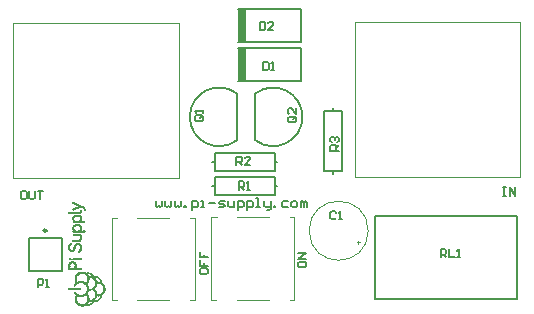
<source format=gto>
%FSLAX44Y44*%
%MOMM*%
G71*
G01*
G75*
G04 Layer_Color=65535*
%ADD10C,0.4000*%
%ADD11O,2.0000X1.2500*%
%ADD12O,2.0000X1.2500*%
%ADD13C,1.4000*%
%ADD14R,1.5000X1.5000*%
%ADD15C,2.7000*%
%ADD16R,2.0000X2.0000*%
%ADD17C,2.0000*%
%ADD18C,0.9000*%
%ADD19C,0.2000*%
%ADD20C,0.2500*%
%ADD21C,0.1000*%
%ADD22C,0.1500*%
%ADD23R,0.8000X2.8000*%
G36*
X437420Y611483D02*
X437573D01*
Y611330D01*
X437725D01*
Y610873D01*
X437573D01*
Y610568D01*
X437420D01*
Y610263D01*
X436963D01*
Y610111D01*
X436506D01*
Y610263D01*
X436353D01*
Y610111D01*
X435896D01*
Y610263D01*
X435744D01*
Y610111D01*
X435286D01*
Y610263D01*
X435134D01*
Y610111D01*
X434677D01*
Y610263D01*
X434524D01*
Y610111D01*
X434067D01*
Y610263D01*
X433915D01*
Y610111D01*
X433457D01*
Y610263D01*
X433305D01*
Y610111D01*
X432848D01*
Y610263D01*
X432695D01*
Y610111D01*
X432238D01*
Y610263D01*
X432085D01*
Y610111D01*
X431628D01*
Y610263D01*
X431476D01*
Y610111D01*
X431018D01*
Y610263D01*
X430866D01*
Y610111D01*
X430409D01*
Y610263D01*
X430256D01*
Y610111D01*
X430104D01*
Y610263D01*
X429647D01*
Y610568D01*
X429342D01*
Y610720D01*
X429494D01*
Y610873D01*
X429342D01*
Y611025D01*
X429494D01*
Y611178D01*
X429342D01*
Y611330D01*
X429494D01*
Y611483D01*
X429647D01*
Y611787D01*
X429952D01*
Y611940D01*
X437116D01*
Y611787D01*
X437268D01*
Y611940D01*
X437420D01*
Y611483D01*
D02*
G37*
G36*
X434677Y624896D02*
X435134D01*
Y624744D01*
X435591D01*
Y624591D01*
X436049D01*
Y624439D01*
X436201D01*
Y624286D01*
X436353D01*
Y624134D01*
X436506D01*
Y623982D01*
X436658D01*
Y624134D01*
X436811D01*
Y623677D01*
X436963D01*
Y623524D01*
X437116D01*
Y623372D01*
X437268D01*
Y623219D01*
X437420D01*
Y622457D01*
X437573D01*
Y622305D01*
X437725D01*
Y622152D01*
X437573D01*
Y622000D01*
X437725D01*
Y619714D01*
X437573D01*
Y619561D01*
X437725D01*
Y619409D01*
X437573D01*
Y619256D01*
X437420D01*
Y619104D01*
X437573D01*
Y618951D01*
X437420D01*
Y618494D01*
X437268D01*
Y618342D01*
X437116D01*
Y618037D01*
X436963D01*
Y617732D01*
X436811D01*
Y617580D01*
X436658D01*
Y617427D01*
X436506D01*
Y617275D01*
X436353D01*
Y617122D01*
X436201D01*
Y616970D01*
X436049D01*
Y616818D01*
X435591D01*
Y616665D01*
X435439D01*
Y616513D01*
X434829D01*
Y616665D01*
X434524D01*
Y616818D01*
X434372D01*
Y616970D01*
X434219D01*
Y617732D01*
X434372D01*
Y617884D01*
X434219D01*
Y618037D01*
X434372D01*
Y618189D01*
X434524D01*
Y618342D01*
X434677D01*
Y618189D01*
X434829D01*
Y618342D01*
X434982D01*
Y618494D01*
X435134D01*
Y618647D01*
X435286D01*
Y618799D01*
X435439D01*
Y619256D01*
X435591D01*
Y619409D01*
X435744D01*
Y619866D01*
X435896D01*
Y620018D01*
X436049D01*
Y620171D01*
X435896D01*
Y620323D01*
X436049D01*
Y620476D01*
X435896D01*
Y620628D01*
X436049D01*
Y620781D01*
X435896D01*
Y620933D01*
X436049D01*
Y621085D01*
X435896D01*
Y621238D01*
X436049D01*
Y621390D01*
X435896D01*
Y621848D01*
X435744D01*
Y622305D01*
X435591D01*
Y622457D01*
X435439D01*
Y622610D01*
X435286D01*
Y622762D01*
X435134D01*
Y622915D01*
X434677D01*
Y623067D01*
X434524D01*
Y622915D01*
X434372D01*
Y623067D01*
X433915D01*
Y622915D01*
X433762D01*
Y622762D01*
X433610D01*
Y622915D01*
X433457D01*
Y622762D01*
X433305D01*
Y622610D01*
X433152D01*
Y622152D01*
X433000D01*
Y622000D01*
X432848D01*
Y621848D01*
X432695D01*
Y621695D01*
X432848D01*
Y621543D01*
X432695D01*
Y621390D01*
X432543D01*
Y620933D01*
X432390D01*
Y620781D01*
X432543D01*
Y620628D01*
X432390D01*
Y620476D01*
X432238D01*
Y620018D01*
X432085D01*
Y619561D01*
X431933D01*
Y619104D01*
X431781D01*
Y618951D01*
X431628D01*
Y618494D01*
X431476D01*
Y618342D01*
X431323D01*
Y618037D01*
X431018D01*
Y617732D01*
X430714D01*
Y617580D01*
X430561D01*
Y617427D01*
X430409D01*
Y617275D01*
X429952D01*
Y617122D01*
X429494D01*
Y616970D01*
X429342D01*
Y617122D01*
X429189D01*
Y616970D01*
X429037D01*
Y617122D01*
X428885D01*
Y616970D01*
X428732D01*
Y617122D01*
X428580D01*
Y616970D01*
X428427D01*
Y617122D01*
X427970D01*
Y617275D01*
X427513D01*
Y617427D01*
X427360D01*
Y617580D01*
X427208D01*
Y617732D01*
X426903D01*
Y618037D01*
X426598D01*
Y618342D01*
X426446D01*
Y618494D01*
X426293D01*
Y618951D01*
X426141D01*
Y619104D01*
X425988D01*
Y619866D01*
X425836D01*
Y620018D01*
X425988D01*
Y620171D01*
X425836D01*
Y620323D01*
X425684D01*
Y620476D01*
X425836D01*
Y620933D01*
X425684D01*
Y621085D01*
X425836D01*
Y621238D01*
X425988D01*
Y621390D01*
X425836D01*
Y621543D01*
X425988D01*
Y621695D01*
X425836D01*
Y621848D01*
X425988D01*
Y622305D01*
X426141D01*
Y622457D01*
X425988D01*
Y622610D01*
X426141D01*
Y622762D01*
X426293D01*
Y623219D01*
X426446D01*
Y623372D01*
X426598D01*
Y623524D01*
X426750D01*
Y623677D01*
X426598D01*
Y623829D01*
X426903D01*
Y624134D01*
X427208D01*
Y624439D01*
X427360D01*
Y624286D01*
X427513D01*
Y624439D01*
X427665D01*
Y624591D01*
X427817D01*
Y624744D01*
X427970D01*
Y624591D01*
X428122D01*
Y624744D01*
X428275D01*
Y624591D01*
X428427D01*
Y624744D01*
X428580D01*
Y624591D01*
X428732D01*
Y624439D01*
X428885D01*
Y624286D01*
X429037D01*
Y623829D01*
X429189D01*
Y623677D01*
X429037D01*
Y623372D01*
X428885D01*
Y623067D01*
X428580D01*
Y622762D01*
X428275D01*
Y622457D01*
X428122D01*
Y622305D01*
X427970D01*
Y622152D01*
X427817D01*
Y622000D01*
X427970D01*
Y621848D01*
X427817D01*
Y621695D01*
X427665D01*
Y620018D01*
X427817D01*
Y619866D01*
X427665D01*
Y619714D01*
X427817D01*
Y619561D01*
X427970D01*
Y619409D01*
X428122D01*
Y619256D01*
X428275D01*
Y619104D01*
X428427D01*
Y618951D01*
X428885D01*
Y618799D01*
X429037D01*
Y618951D01*
X429494D01*
Y619104D01*
X429647D01*
Y619256D01*
X429799D01*
Y619409D01*
X429952D01*
Y619866D01*
X430104D01*
Y620018D01*
X430256D01*
Y620476D01*
X430409D01*
Y620628D01*
X430561D01*
Y620781D01*
X430409D01*
Y620933D01*
X430561D01*
Y621390D01*
X430714D01*
Y621543D01*
X430866D01*
Y621695D01*
X430714D01*
Y621848D01*
X430866D01*
Y622152D01*
X431018D01*
Y622457D01*
X431171D01*
Y622915D01*
X431323D01*
Y623067D01*
X431476D01*
Y623524D01*
X431628D01*
Y623677D01*
X431781D01*
Y623829D01*
X431933D01*
Y623982D01*
X432085D01*
Y624134D01*
X432238D01*
Y624286D01*
X432390D01*
Y624439D01*
X432695D01*
Y624591D01*
X433000D01*
Y624744D01*
X433457D01*
Y624896D01*
X433915D01*
Y625048D01*
X434067D01*
Y624896D01*
X434524D01*
Y625048D01*
X434677D01*
Y624896D01*
D02*
G37*
G36*
X435591Y632213D02*
X436049D01*
Y632060D01*
X436506D01*
Y631908D01*
X436658D01*
Y631755D01*
X436811D01*
Y631603D01*
X436963D01*
Y631451D01*
X437116D01*
Y631298D01*
X437268D01*
Y631146D01*
X437420D01*
Y630688D01*
X437573D01*
Y630536D01*
X437420D01*
Y630383D01*
X437573D01*
Y630231D01*
X437725D01*
Y627945D01*
X437573D01*
Y627487D01*
X437420D01*
Y627030D01*
X437268D01*
Y626878D01*
X437116D01*
Y626725D01*
X436963D01*
Y626573D01*
X436811D01*
Y626420D01*
X436658D01*
Y626268D01*
X436506D01*
Y626115D01*
X436353D01*
Y625963D01*
X436201D01*
Y625811D01*
X436049D01*
Y625963D01*
X435896D01*
Y625811D01*
X435134D01*
Y625658D01*
X434982D01*
Y625811D01*
X434829D01*
Y625658D01*
X430104D01*
Y625811D01*
X429952D01*
Y625963D01*
X429799D01*
Y625811D01*
X429647D01*
Y625963D01*
X429494D01*
Y626420D01*
X429342D01*
Y626878D01*
X429494D01*
Y627030D01*
X429647D01*
Y627183D01*
X429799D01*
Y627335D01*
X429952D01*
Y627487D01*
X434982D01*
Y627640D01*
X435439D01*
Y627792D01*
X435591D01*
Y627945D01*
X435744D01*
Y628097D01*
X435896D01*
Y628250D01*
X436049D01*
Y628402D01*
X435896D01*
Y628554D01*
X436049D01*
Y628707D01*
X435896D01*
Y628859D01*
X436049D01*
Y629012D01*
X435896D01*
Y629164D01*
X436049D01*
Y629316D01*
X435896D01*
Y629469D01*
X436049D01*
Y629621D01*
X435896D01*
Y629774D01*
X435744D01*
Y630231D01*
X435439D01*
Y630536D01*
X435286D01*
Y630383D01*
X435134D01*
Y630536D01*
X430104D01*
Y630688D01*
X429952D01*
Y630841D01*
X429799D01*
Y630688D01*
X429647D01*
Y630841D01*
X429494D01*
Y630993D01*
X429647D01*
Y631146D01*
X429494D01*
Y631298D01*
X429342D01*
Y631755D01*
X429494D01*
Y631908D01*
X429647D01*
Y632213D01*
X429952D01*
Y632365D01*
X435286D01*
Y632213D01*
X435439D01*
Y632365D01*
X435591D01*
Y632213D01*
D02*
G37*
G36*
X428122Y611940D02*
X428275D01*
Y611787D01*
X428427D01*
Y611635D01*
X428580D01*
Y611483D01*
X428732D01*
Y611330D01*
X428580D01*
Y611178D01*
X428732D01*
Y611025D01*
X428580D01*
Y610873D01*
X428732D01*
Y610720D01*
X428580D01*
Y610263D01*
X428275D01*
Y610111D01*
X427970D01*
Y609958D01*
X427817D01*
Y610111D01*
X427665D01*
Y609958D01*
X427513D01*
Y610111D01*
X427055D01*
Y610263D01*
X426903D01*
Y610416D01*
X426750D01*
Y610873D01*
X426598D01*
Y611025D01*
X426750D01*
Y611178D01*
X426598D01*
Y611330D01*
X426750D01*
Y611787D01*
X426903D01*
Y611940D01*
X427360D01*
Y612092D01*
X428122D01*
Y611940D01*
D02*
G37*
G36*
X436353Y586637D02*
X436811D01*
Y586485D01*
X436963D01*
Y586332D01*
X437116D01*
Y586180D01*
X437268D01*
Y586027D01*
X437116D01*
Y585875D01*
X437268D01*
Y585723D01*
X437420D01*
Y585570D01*
X437268D01*
Y585723D01*
X437116D01*
Y585570D01*
X437268D01*
Y585418D01*
X437116D01*
Y584960D01*
X436963D01*
Y584808D01*
X436811D01*
Y584655D01*
X436658D01*
Y584808D01*
X436506D01*
Y584655D01*
X426293D01*
Y584808D01*
X426141D01*
Y584960D01*
X425988D01*
Y585113D01*
X425836D01*
Y585265D01*
X425684D01*
Y586027D01*
X425836D01*
Y586180D01*
X425684D01*
Y586332D01*
X425988D01*
Y586637D01*
X426141D01*
Y586485D01*
X426293D01*
Y586637D01*
X426446D01*
Y586790D01*
X426598D01*
Y586637D01*
X426750D01*
Y586790D01*
X426903D01*
Y586637D01*
X427055D01*
Y586790D01*
X427208D01*
Y586637D01*
X427360D01*
Y586790D01*
X427513D01*
Y586637D01*
X427665D01*
Y586790D01*
X427817D01*
Y586637D01*
X427970D01*
Y586790D01*
X428122D01*
Y586637D01*
X428275D01*
Y586790D01*
X428427D01*
Y586637D01*
X428580D01*
Y586790D01*
X428732D01*
Y586637D01*
X428885D01*
Y586790D01*
X429037D01*
Y586637D01*
X429189D01*
Y586790D01*
X429342D01*
Y586637D01*
X429494D01*
Y586790D01*
X429647D01*
Y586637D01*
X429799D01*
Y586790D01*
X429952D01*
Y586637D01*
X430104D01*
Y586790D01*
X430256D01*
Y586637D01*
X430409D01*
Y586790D01*
X430561D01*
Y586637D01*
X430714D01*
Y586790D01*
X430866D01*
Y586637D01*
X431018D01*
Y586790D01*
X431171D01*
Y586637D01*
X431323D01*
Y586790D01*
X431476D01*
Y586637D01*
X431628D01*
Y586790D01*
X431781D01*
Y586637D01*
X431933D01*
Y586790D01*
X432085D01*
Y586637D01*
X432238D01*
Y586790D01*
X432390D01*
Y586637D01*
X432543D01*
Y586790D01*
X432695D01*
Y586637D01*
X432848D01*
Y586790D01*
X433000D01*
Y586637D01*
X433152D01*
Y586790D01*
X433305D01*
Y586637D01*
X433457D01*
Y586790D01*
X433610D01*
Y586637D01*
X433762D01*
Y586790D01*
X433915D01*
Y586637D01*
X434067D01*
Y586790D01*
X434219D01*
Y586637D01*
X434372D01*
Y586790D01*
X434524D01*
Y586637D01*
X434677D01*
Y586790D01*
X434829D01*
Y586637D01*
X434982D01*
Y586790D01*
X435134D01*
Y586637D01*
X435286D01*
Y586790D01*
X435439D01*
Y586637D01*
X435591D01*
Y586790D01*
X435744D01*
Y586637D01*
X435896D01*
Y586790D01*
X436049D01*
Y586637D01*
X436201D01*
Y586790D01*
X436353D01*
Y586637D01*
D02*
G37*
G36*
X438182Y600355D02*
X438945D01*
Y600203D01*
X439097D01*
Y600355D01*
X439249D01*
Y600203D01*
X439707D01*
Y600051D01*
X440164D01*
Y599898D01*
X440621D01*
Y599746D01*
X440774D01*
Y599593D01*
X440926D01*
Y599746D01*
X441079D01*
Y599593D01*
X441231D01*
Y599746D01*
X441384D01*
Y599593D01*
X441536D01*
Y599746D01*
X442298D01*
Y599898D01*
X442450D01*
Y599746D01*
X442908D01*
Y599898D01*
X443060D01*
Y599746D01*
X443517D01*
Y599593D01*
X443670D01*
Y599746D01*
X443822D01*
Y599593D01*
X443975D01*
Y599746D01*
X444127D01*
Y599593D01*
X444280D01*
Y599441D01*
X444737D01*
Y599288D01*
X444889D01*
Y599441D01*
X445042D01*
Y599288D01*
X445194D01*
Y599136D01*
X445347D01*
Y598984D01*
X445804D01*
Y598831D01*
X445956D01*
Y598679D01*
X446109D01*
Y598526D01*
X446261D01*
Y598374D01*
X446413D01*
Y598526D01*
X446566D01*
Y598069D01*
X446871D01*
Y597764D01*
X447023D01*
Y597917D01*
X447176D01*
Y597459D01*
X447328D01*
Y597307D01*
X447481D01*
Y597155D01*
X447633D01*
Y597002D01*
X447785D01*
Y596850D01*
X447938D01*
Y596697D01*
X448243D01*
Y596850D01*
X448548D01*
Y596697D01*
X449005D01*
Y596850D01*
X449157D01*
Y596697D01*
X449614D01*
Y596545D01*
X449767D01*
Y596697D01*
X449919D01*
Y596545D01*
X450072D01*
Y596697D01*
X450224D01*
Y596545D01*
X450377D01*
Y596392D01*
X450834D01*
Y596240D01*
X450986D01*
Y596087D01*
X451444D01*
Y595935D01*
X451596D01*
Y595783D01*
X451749D01*
Y595630D01*
X451901D01*
Y595783D01*
X452053D01*
Y595630D01*
X452206D01*
Y595478D01*
X452358D01*
Y595325D01*
X452511D01*
Y595173D01*
X452663D01*
Y595020D01*
X452816D01*
Y594868D01*
X452968D01*
Y594716D01*
X453120D01*
Y594563D01*
X453273D01*
Y594411D01*
X453425D01*
Y594106D01*
X453578D01*
Y593801D01*
X453730D01*
Y593649D01*
X453882D01*
Y593191D01*
X454035D01*
Y593039D01*
X454187D01*
Y592582D01*
X454340D01*
Y592429D01*
X454187D01*
Y592277D01*
X454340D01*
Y592124D01*
X454492D01*
Y591057D01*
X454645D01*
Y590905D01*
X454797D01*
Y590753D01*
X455102D01*
Y590600D01*
X455407D01*
Y590448D01*
X455559D01*
Y590295D01*
X455712D01*
Y590143D01*
X455864D01*
Y589990D01*
X456016D01*
Y589838D01*
X456169D01*
Y589686D01*
X456321D01*
Y589228D01*
X456474D01*
Y589076D01*
X456626D01*
Y588923D01*
X456778D01*
Y588771D01*
X456931D01*
Y588314D01*
X457083D01*
Y587856D01*
X457236D01*
Y587399D01*
X457388D01*
Y586942D01*
X457541D01*
Y586790D01*
X457388D01*
Y586637D01*
X457541D01*
Y584655D01*
X457388D01*
Y584503D01*
X457541D01*
Y584351D01*
X457388D01*
Y583893D01*
X457236D01*
Y583436D01*
X457083D01*
Y583131D01*
X456931D01*
Y582826D01*
X456778D01*
Y582674D01*
X456626D01*
Y582522D01*
X456778D01*
Y582369D01*
X456626D01*
Y582217D01*
X456474D01*
Y582064D01*
X456321D01*
Y581912D01*
X456169D01*
Y581759D01*
X456016D01*
Y581455D01*
X455864D01*
Y581302D01*
X455712D01*
Y580997D01*
X455407D01*
Y580845D01*
X455102D01*
Y580692D01*
X454949D01*
Y580540D01*
X454797D01*
Y580387D01*
X454645D01*
Y580235D01*
X454492D01*
Y579473D01*
X454340D01*
Y579321D01*
X454492D01*
Y579168D01*
X454340D01*
Y579016D01*
X454187D01*
Y578558D01*
X454035D01*
Y578406D01*
X454187D01*
Y578254D01*
X454035D01*
Y578101D01*
X453882D01*
Y577644D01*
X453730D01*
Y577491D01*
X453578D01*
Y577339D01*
X453425D01*
Y577187D01*
X453273D01*
Y576729D01*
X452968D01*
Y576424D01*
X452816D01*
Y576272D01*
X452663D01*
Y576120D01*
X452358D01*
Y575967D01*
X452206D01*
Y575815D01*
X452053D01*
Y575662D01*
X451749D01*
Y575510D01*
X451596D01*
Y575358D01*
X451444D01*
Y575205D01*
X451291D01*
Y575358D01*
X451139D01*
Y575205D01*
X450986D01*
Y575053D01*
X450529D01*
Y574900D01*
X450072D01*
Y574748D01*
X449614D01*
Y574595D01*
X449462D01*
Y574748D01*
X449310D01*
Y574595D01*
X449157D01*
Y574748D01*
X449005D01*
Y574595D01*
X448852D01*
Y574748D01*
X448700D01*
Y574595D01*
X448243D01*
Y574748D01*
X448090D01*
Y574595D01*
X447785D01*
Y574291D01*
X447633D01*
Y574138D01*
X447481D01*
Y573986D01*
X447328D01*
Y573833D01*
X447176D01*
Y573681D01*
X447023D01*
Y573528D01*
X446871D01*
Y573376D01*
X446718D01*
Y573223D01*
X446566D01*
Y573071D01*
X446413D01*
Y572919D01*
X446261D01*
Y572766D01*
X446109D01*
Y572614D01*
X445956D01*
Y572461D01*
X445499D01*
Y572309D01*
X445347D01*
Y572156D01*
X445194D01*
Y572309D01*
X445042D01*
Y572156D01*
X444889D01*
Y572004D01*
X444737D01*
Y571852D01*
X444584D01*
Y572004D01*
X444432D01*
Y571852D01*
X444280D01*
Y571699D01*
X443517D01*
Y571547D01*
X443365D01*
Y571699D01*
X443213D01*
Y571547D01*
X443060D01*
Y571699D01*
X442908D01*
Y571547D01*
X442755D01*
Y571699D01*
X442603D01*
Y571547D01*
X442146D01*
Y571699D01*
X441993D01*
Y571547D01*
X441841D01*
Y571699D01*
X441688D01*
Y571547D01*
X441536D01*
Y571699D01*
X440774D01*
Y571547D01*
X440317D01*
Y571394D01*
X440164D01*
Y571242D01*
X440012D01*
Y571394D01*
X439859D01*
Y571242D01*
X439402D01*
Y571090D01*
X439249D01*
Y570937D01*
X439097D01*
Y571090D01*
X438945D01*
Y570937D01*
X438792D01*
Y571090D01*
X438640D01*
Y570937D01*
X436963D01*
Y571090D01*
X436811D01*
Y570937D01*
X436658D01*
Y571090D01*
X436506D01*
Y570937D01*
X436353D01*
Y571090D01*
X435896D01*
Y571242D01*
X435744D01*
Y571394D01*
X435591D01*
Y571242D01*
X435439D01*
Y571394D01*
X435134D01*
Y571547D01*
X434829D01*
Y571699D01*
X434524D01*
Y571852D01*
X434219D01*
Y572004D01*
X434067D01*
Y572156D01*
X433915D01*
Y572309D01*
X433762D01*
Y572156D01*
X433610D01*
Y572614D01*
X433457D01*
Y572461D01*
X433305D01*
Y572766D01*
X433000D01*
Y573223D01*
X432695D01*
Y573528D01*
X432543D01*
Y573681D01*
X432390D01*
Y573833D01*
X432238D01*
Y573986D01*
X432390D01*
Y574138D01*
X432238D01*
Y574291D01*
X432085D01*
Y574443D01*
X431933D01*
Y574595D01*
X431781D01*
Y574748D01*
X431933D01*
Y574900D01*
X431781D01*
Y575358D01*
X431628D01*
Y575510D01*
X431476D01*
Y575662D01*
X431628D01*
Y575815D01*
X431476D01*
Y576577D01*
X431323D01*
Y576729D01*
X431476D01*
Y576882D01*
X431323D01*
Y577034D01*
X431476D01*
Y577187D01*
X431323D01*
Y577339D01*
X431476D01*
Y577491D01*
X431323D01*
Y577644D01*
X431476D01*
Y577796D01*
X431323D01*
Y577949D01*
X431476D01*
Y578711D01*
X431628D01*
Y578863D01*
X431781D01*
Y579016D01*
X431628D01*
Y579168D01*
X431781D01*
Y579625D01*
X431933D01*
Y579778D01*
X432085D01*
Y580235D01*
X432238D01*
Y580387D01*
X432085D01*
Y580540D01*
X431933D01*
Y580692D01*
X431781D01*
Y580845D01*
X431628D01*
Y580997D01*
X431476D01*
Y581150D01*
X431323D01*
Y581302D01*
X431171D01*
Y581607D01*
X431018D01*
Y581759D01*
X430866D01*
Y582064D01*
X430714D01*
Y582217D01*
X430561D01*
Y583284D01*
X430714D01*
Y583436D01*
X430866D01*
Y583588D01*
X431323D01*
Y583741D01*
X431476D01*
Y583588D01*
X431933D01*
Y583436D01*
X432238D01*
Y583131D01*
X432390D01*
Y582979D01*
X432543D01*
Y582826D01*
X432695D01*
Y582674D01*
X432848D01*
Y582369D01*
X433000D01*
Y582217D01*
X433152D01*
Y581912D01*
X433457D01*
Y581759D01*
X433762D01*
Y581607D01*
X433915D01*
Y581455D01*
X434067D01*
Y581302D01*
X434372D01*
Y581150D01*
X434677D01*
Y580997D01*
X435134D01*
Y580845D01*
X435286D01*
Y580692D01*
X435439D01*
Y580845D01*
X435591D01*
Y580692D01*
X435744D01*
Y580845D01*
X435896D01*
Y580692D01*
X436049D01*
Y580845D01*
X436201D01*
Y580692D01*
X437268D01*
Y580845D01*
X437420D01*
Y580692D01*
X437573D01*
Y580845D01*
X437725D01*
Y580692D01*
X437878D01*
Y580845D01*
X438335D01*
Y580997D01*
X438487D01*
Y581150D01*
X438640D01*
Y580997D01*
X438792D01*
Y581150D01*
X438945D01*
Y581302D01*
X439097D01*
Y581455D01*
X439249D01*
Y581302D01*
X439402D01*
Y581455D01*
X439554D01*
Y581607D01*
X439707D01*
Y581759D01*
X439859D01*
Y581912D01*
X440012D01*
Y582064D01*
X440317D01*
Y582369D01*
X440469D01*
Y582522D01*
X440621D01*
Y582674D01*
X440774D01*
Y582826D01*
X440926D01*
Y583284D01*
X441079D01*
Y583436D01*
X441231D01*
Y583893D01*
X441384D01*
Y584046D01*
X441536D01*
Y584808D01*
X441688D01*
Y584960D01*
X441536D01*
Y585113D01*
X441688D01*
Y585265D01*
X441841D01*
Y585418D01*
X441688D01*
Y585570D01*
X441841D01*
Y585723D01*
X441688D01*
Y585875D01*
X441841D01*
Y586027D01*
X441688D01*
Y586180D01*
X441536D01*
Y586332D01*
X441688D01*
Y586485D01*
X441536D01*
Y586637D01*
X441688D01*
Y586790D01*
X441536D01*
Y587247D01*
X441384D01*
Y587399D01*
X441536D01*
Y587552D01*
X441384D01*
Y587704D01*
X441231D01*
Y588009D01*
X441079D01*
Y588314D01*
X440926D01*
Y588466D01*
X440774D01*
Y588619D01*
X440621D01*
Y588771D01*
X440469D01*
Y588923D01*
X440621D01*
Y589076D01*
X440317D01*
Y589381D01*
X440012D01*
Y589533D01*
X439707D01*
Y589686D01*
X439554D01*
Y589838D01*
X439402D01*
Y589990D01*
X439097D01*
Y590143D01*
X438792D01*
Y590295D01*
X438640D01*
Y590448D01*
X438182D01*
Y590600D01*
X438030D01*
Y590448D01*
X437878D01*
Y590600D01*
X437420D01*
Y590753D01*
X436353D01*
Y590600D01*
X435591D01*
Y590448D01*
X435439D01*
Y590600D01*
X435286D01*
Y590448D01*
X434829D01*
Y590295D01*
X434677D01*
Y590143D01*
X434524D01*
Y590295D01*
X434372D01*
Y590143D01*
X434219D01*
Y589990D01*
X434067D01*
Y589838D01*
X433762D01*
Y589686D01*
X433457D01*
Y589533D01*
X433305D01*
Y589381D01*
X433152D01*
Y589228D01*
X433000D01*
Y589076D01*
X432848D01*
Y588923D01*
X432695D01*
Y588771D01*
X432543D01*
Y588314D01*
X432390D01*
Y588161D01*
X432238D01*
Y588009D01*
X432085D01*
Y587856D01*
X431933D01*
Y587704D01*
X431781D01*
Y587856D01*
X431628D01*
Y587704D01*
X431476D01*
Y587856D01*
X431323D01*
Y587704D01*
X431171D01*
Y587856D01*
X430866D01*
Y588161D01*
X430714D01*
Y588314D01*
X430561D01*
Y589076D01*
X430714D01*
Y589228D01*
X430866D01*
Y589686D01*
X431018D01*
Y589838D01*
X431171D01*
Y589990D01*
X431323D01*
Y590143D01*
X431476D01*
Y590295D01*
X431628D01*
Y590448D01*
X431781D01*
Y590600D01*
X431933D01*
Y590753D01*
X432085D01*
Y590905D01*
X432238D01*
Y591057D01*
X432085D01*
Y591515D01*
X431933D01*
Y591667D01*
X431781D01*
Y592124D01*
X431628D01*
Y592277D01*
X431781D01*
Y592429D01*
X431628D01*
Y592582D01*
X431476D01*
Y592734D01*
X431628D01*
Y592887D01*
X431476D01*
Y593649D01*
X431323D01*
Y593801D01*
X431476D01*
Y593954D01*
X431323D01*
Y594106D01*
X431476D01*
Y594258D01*
X431323D01*
Y594411D01*
X431476D01*
Y594563D01*
X431323D01*
Y594716D01*
X431476D01*
Y595478D01*
X431628D01*
Y595630D01*
X431476D01*
Y595783D01*
X431628D01*
Y595935D01*
X431781D01*
Y596697D01*
X431933D01*
Y596850D01*
X432085D01*
Y597307D01*
X432238D01*
Y597459D01*
X432390D01*
Y597612D01*
X432543D01*
Y597764D01*
X432390D01*
Y597917D01*
X432695D01*
Y598222D01*
X432848D01*
Y598374D01*
X433000D01*
Y598526D01*
X433152D01*
Y598679D01*
X433305D01*
Y598831D01*
X433457D01*
Y598984D01*
X433610D01*
Y599136D01*
X433915D01*
Y599288D01*
X434219D01*
Y599441D01*
X434372D01*
Y599593D01*
X434524D01*
Y599746D01*
X434677D01*
Y599593D01*
X434829D01*
Y599746D01*
X434982D01*
Y599898D01*
X435134D01*
Y600051D01*
X435286D01*
Y599898D01*
X435439D01*
Y600051D01*
X435591D01*
Y600203D01*
X436049D01*
Y600355D01*
X436201D01*
Y600203D01*
X436353D01*
Y600355D01*
X436811D01*
Y600508D01*
X436963D01*
Y600355D01*
X437116D01*
Y600508D01*
X438182D01*
Y600355D01*
D02*
G37*
G36*
X430256Y609196D02*
X430714D01*
Y609044D01*
X430866D01*
Y609196D01*
X431018D01*
Y609044D01*
X431323D01*
Y608891D01*
X431628D01*
Y608739D01*
X431781D01*
Y608587D01*
X431933D01*
Y608434D01*
X432085D01*
Y608282D01*
X432238D01*
Y608129D01*
X432390D01*
Y607977D01*
X432543D01*
Y607824D01*
X432695D01*
Y607367D01*
X432848D01*
Y606910D01*
X433000D01*
Y606452D01*
X433152D01*
Y606300D01*
X433000D01*
Y606148D01*
X433152D01*
Y605995D01*
X433000D01*
Y605843D01*
X433152D01*
Y605690D01*
X433000D01*
Y605538D01*
X433152D01*
Y605386D01*
X433000D01*
Y605233D01*
X433152D01*
Y605081D01*
X433000D01*
Y604928D01*
X433152D01*
Y604776D01*
X433000D01*
Y604623D01*
X433152D01*
Y604471D01*
X433000D01*
Y604319D01*
X433152D01*
Y604166D01*
X433000D01*
Y604014D01*
X433152D01*
Y603861D01*
X433000D01*
Y603709D01*
X433152D01*
Y603556D01*
X433305D01*
Y603709D01*
X433457D01*
Y603556D01*
X433610D01*
Y603709D01*
X433762D01*
Y603556D01*
X433915D01*
Y603709D01*
X434067D01*
Y603556D01*
X434219D01*
Y603709D01*
X434372D01*
Y603556D01*
X434524D01*
Y603709D01*
X434677D01*
Y603556D01*
X434829D01*
Y603709D01*
X434982D01*
Y603556D01*
X435134D01*
Y603709D01*
X435286D01*
Y603556D01*
X435439D01*
Y603709D01*
X435591D01*
Y603556D01*
X435744D01*
Y603709D01*
X435896D01*
Y603556D01*
X436049D01*
Y603709D01*
X436201D01*
Y603556D01*
X436353D01*
Y603709D01*
X436506D01*
Y603556D01*
X436658D01*
Y603709D01*
X436811D01*
Y603556D01*
X436963D01*
Y603709D01*
X437116D01*
Y603556D01*
X437268D01*
Y603404D01*
X437420D01*
Y603251D01*
X437573D01*
Y603099D01*
X437725D01*
Y602947D01*
X437573D01*
Y602794D01*
X437725D01*
Y602642D01*
X437573D01*
Y602489D01*
X437725D01*
Y602337D01*
X437573D01*
Y602184D01*
X437420D01*
Y602032D01*
X437268D01*
Y601880D01*
X437116D01*
Y601727D01*
X436963D01*
Y601880D01*
X436811D01*
Y601727D01*
X436658D01*
Y601880D01*
X436506D01*
Y601727D01*
X436353D01*
Y601880D01*
X436201D01*
Y601727D01*
X436049D01*
Y601880D01*
X435896D01*
Y601727D01*
X435744D01*
Y601880D01*
X435591D01*
Y601727D01*
X435439D01*
Y601880D01*
X435286D01*
Y601727D01*
X435134D01*
Y601880D01*
X434982D01*
Y601727D01*
X434829D01*
Y601880D01*
X434677D01*
Y601727D01*
X434524D01*
Y601880D01*
X434372D01*
Y601727D01*
X434219D01*
Y601880D01*
X434067D01*
Y601727D01*
X433915D01*
Y601880D01*
X433762D01*
Y601727D01*
X433610D01*
Y601880D01*
X433457D01*
Y601727D01*
X433305D01*
Y601880D01*
X433152D01*
Y601727D01*
X433000D01*
Y601880D01*
X432848D01*
Y601727D01*
X432695D01*
Y601880D01*
X432543D01*
Y601727D01*
X432390D01*
Y601880D01*
X432238D01*
Y601727D01*
X432085D01*
Y601880D01*
X431933D01*
Y601727D01*
X431781D01*
Y601880D01*
X431628D01*
Y601727D01*
X431476D01*
Y601880D01*
X431323D01*
Y601727D01*
X431171D01*
Y601880D01*
X431018D01*
Y601727D01*
X430866D01*
Y601880D01*
X430714D01*
Y601727D01*
X430561D01*
Y601880D01*
X430409D01*
Y601727D01*
X430256D01*
Y601880D01*
X430104D01*
Y601727D01*
X429952D01*
Y601880D01*
X429799D01*
Y601727D01*
X429647D01*
Y601880D01*
X429494D01*
Y601727D01*
X429342D01*
Y601880D01*
X429189D01*
Y601727D01*
X429037D01*
Y601880D01*
X428885D01*
Y601727D01*
X428732D01*
Y601880D01*
X428580D01*
Y601727D01*
X428427D01*
Y601880D01*
X428275D01*
Y601727D01*
X428122D01*
Y601880D01*
X427970D01*
Y601727D01*
X427817D01*
Y601880D01*
X427665D01*
Y601727D01*
X427513D01*
Y601880D01*
X427360D01*
Y601727D01*
X427208D01*
Y601880D01*
X427055D01*
Y601727D01*
X426903D01*
Y601880D01*
X426750D01*
Y601727D01*
X426598D01*
Y601880D01*
X426446D01*
Y602032D01*
X426293D01*
Y602184D01*
X426141D01*
Y602337D01*
X425988D01*
Y602489D01*
X426141D01*
Y602642D01*
X425988D01*
Y602794D01*
X426141D01*
Y602947D01*
X425988D01*
Y603099D01*
X426141D01*
Y603251D01*
X425988D01*
Y603404D01*
X426141D01*
Y603556D01*
X425988D01*
Y603709D01*
X426141D01*
Y603861D01*
X425988D01*
Y604014D01*
X426141D01*
Y604166D01*
X425988D01*
Y604319D01*
X426141D01*
Y604471D01*
X425988D01*
Y604623D01*
X426141D01*
Y604776D01*
X425988D01*
Y604928D01*
X426141D01*
Y605081D01*
X425988D01*
Y605233D01*
X426141D01*
Y605386D01*
X425988D01*
Y605538D01*
X426141D01*
Y605690D01*
X425988D01*
Y605843D01*
X426141D01*
Y605995D01*
X425988D01*
Y606148D01*
X426141D01*
Y606300D01*
X425988D01*
Y606452D01*
X426141D01*
Y606605D01*
X425988D01*
Y606757D01*
X426141D01*
Y606910D01*
X426293D01*
Y607367D01*
X426446D01*
Y607519D01*
X426293D01*
Y607672D01*
X426446D01*
Y607824D01*
X426598D01*
Y607977D01*
X426750D01*
Y608129D01*
X426903D01*
Y608434D01*
X427208D01*
Y608587D01*
X427360D01*
Y608739D01*
X427513D01*
Y608891D01*
X427665D01*
Y609044D01*
X427817D01*
Y608891D01*
X427970D01*
Y609044D01*
X428122D01*
Y609196D01*
X428275D01*
Y609044D01*
X428427D01*
Y609196D01*
X428885D01*
Y609349D01*
X429952D01*
Y609196D01*
X430104D01*
Y609349D01*
X430256D01*
Y609196D01*
D02*
G37*
G36*
X434982Y648675D02*
X435286D01*
Y648522D01*
X435591D01*
Y648370D01*
X435744D01*
Y648522D01*
X435896D01*
Y648370D01*
X436049D01*
Y648217D01*
X436201D01*
Y648065D01*
X436353D01*
Y648217D01*
X436506D01*
Y647913D01*
X436811D01*
Y647608D01*
X437116D01*
Y647150D01*
X437268D01*
Y646998D01*
X437420D01*
Y646541D01*
X437573D01*
Y646388D01*
X437725D01*
Y646236D01*
X437573D01*
Y646083D01*
X437725D01*
Y644407D01*
X437573D01*
Y644254D01*
X437725D01*
Y644102D01*
X437573D01*
Y643949D01*
X437420D01*
Y643492D01*
X437268D01*
Y643340D01*
X440164D01*
Y643187D01*
X440469D01*
Y642882D01*
X440621D01*
Y642730D01*
X440774D01*
Y642273D01*
X440621D01*
Y642120D01*
X440469D01*
Y641968D01*
X440621D01*
Y641815D01*
X440469D01*
Y641663D01*
X440012D01*
Y641511D01*
X430104D01*
Y641663D01*
X429952D01*
Y641815D01*
X429799D01*
Y641663D01*
X429647D01*
Y641815D01*
X429494D01*
Y641968D01*
X429647D01*
Y642120D01*
X429494D01*
Y642273D01*
X429342D01*
Y642730D01*
X429494D01*
Y642882D01*
X429647D01*
Y643187D01*
X429952D01*
Y643340D01*
X429799D01*
Y643492D01*
X429647D01*
Y643949D01*
X429494D01*
Y644102D01*
X429342D01*
Y646388D01*
X429494D01*
Y646541D01*
X429647D01*
Y646693D01*
X429494D01*
Y646845D01*
X429647D01*
Y646998D01*
X429799D01*
Y647150D01*
X429952D01*
Y647608D01*
X430104D01*
Y647760D01*
X430256D01*
Y647913D01*
X430561D01*
Y648065D01*
X430866D01*
Y648217D01*
X431018D01*
Y648370D01*
X431171D01*
Y648522D01*
X431628D01*
Y648675D01*
X432085D01*
Y648827D01*
X432238D01*
Y648675D01*
X432390D01*
Y648827D01*
X432543D01*
Y648675D01*
X432695D01*
Y648827D01*
X434372D01*
Y648675D01*
X434524D01*
Y648827D01*
X434677D01*
Y648675D01*
X434829D01*
Y648827D01*
X434982D01*
Y648675D01*
D02*
G37*
G36*
X437116Y652333D02*
X437268D01*
Y652180D01*
X437420D01*
Y652028D01*
X437573D01*
Y651876D01*
X437725D01*
Y651723D01*
X437573D01*
Y651571D01*
X437725D01*
Y651418D01*
X437573D01*
Y651266D01*
X437725D01*
Y651114D01*
X437573D01*
Y650656D01*
X437420D01*
Y650199D01*
X437268D01*
Y650046D01*
X437116D01*
Y649894D01*
X436963D01*
Y649742D01*
X436811D01*
Y649589D01*
X436658D01*
Y649742D01*
X436506D01*
Y649589D01*
X436049D01*
Y649437D01*
X426141D01*
Y649589D01*
X425684D01*
Y649894D01*
X425531D01*
Y650199D01*
X425379D01*
Y650351D01*
X425531D01*
Y650504D01*
X425379D01*
Y650656D01*
X425531D01*
Y650809D01*
X425684D01*
Y651114D01*
X425988D01*
Y651266D01*
X435896D01*
Y651418D01*
X436049D01*
Y651571D01*
X435896D01*
Y651723D01*
X436049D01*
Y652180D01*
X436201D01*
Y652333D01*
X436658D01*
Y652485D01*
X436811D01*
Y652333D01*
X436963D01*
Y652485D01*
X437116D01*
Y652333D01*
D02*
G37*
G36*
X430561Y659192D02*
X431018D01*
Y659040D01*
X431476D01*
Y658887D01*
X431628D01*
Y658735D01*
X431781D01*
Y658887D01*
X431933D01*
Y658735D01*
X432085D01*
Y658582D01*
X432543D01*
Y658430D01*
X432695D01*
Y658278D01*
X433152D01*
Y658125D01*
X433610D01*
Y657973D01*
X433762D01*
Y657820D01*
X433915D01*
Y657973D01*
X434067D01*
Y657820D01*
X434219D01*
Y657668D01*
X434677D01*
Y657515D01*
X434982D01*
Y657363D01*
X435286D01*
Y657210D01*
X435744D01*
Y657058D01*
X435896D01*
Y656906D01*
X436049D01*
Y657058D01*
X436201D01*
Y656906D01*
X436506D01*
Y656753D01*
X436811D01*
Y656601D01*
X437116D01*
Y656448D01*
X437420D01*
Y656296D01*
X437573D01*
Y656448D01*
X437725D01*
Y656296D01*
X437878D01*
Y656143D01*
X438335D01*
Y655991D01*
X438640D01*
Y655839D01*
X438945D01*
Y655686D01*
X439097D01*
Y655534D01*
X439249D01*
Y655381D01*
X439402D01*
Y655534D01*
X439554D01*
Y655229D01*
X439859D01*
Y655077D01*
X440012D01*
Y654924D01*
X440164D01*
Y654467D01*
X440317D01*
Y654314D01*
X440469D01*
Y654162D01*
X440621D01*
Y654010D01*
X440469D01*
Y653857D01*
X440621D01*
Y653705D01*
X440774D01*
Y653552D01*
X440621D01*
Y653400D01*
X440774D01*
Y652943D01*
X440621D01*
Y652790D01*
X440774D01*
Y652638D01*
X440621D01*
Y652485D01*
X440774D01*
Y652333D01*
X440621D01*
Y652180D01*
X440469D01*
Y652028D01*
X440164D01*
Y651876D01*
X439554D01*
Y652028D01*
X439402D01*
Y652180D01*
X439249D01*
Y652028D01*
X439097D01*
Y652485D01*
X438945D01*
Y652638D01*
X439097D01*
Y652790D01*
X438945D01*
Y653247D01*
X438792D01*
Y653705D01*
X438640D01*
Y653857D01*
X438487D01*
Y654010D01*
X438335D01*
Y654162D01*
X438182D01*
Y654314D01*
X438030D01*
Y654162D01*
X437878D01*
Y654314D01*
X437725D01*
Y654467D01*
X437268D01*
Y654619D01*
X436506D01*
Y654467D01*
X436353D01*
Y654619D01*
X436201D01*
Y654467D01*
X436049D01*
Y654314D01*
X435591D01*
Y654162D01*
X435286D01*
Y654010D01*
X434982D01*
Y653857D01*
X434829D01*
Y654010D01*
X434677D01*
Y653857D01*
X434524D01*
Y653705D01*
X434372D01*
Y653552D01*
X434219D01*
Y653705D01*
X434067D01*
Y653552D01*
X433915D01*
Y653400D01*
X433457D01*
Y653247D01*
X433000D01*
Y653095D01*
X432848D01*
Y652943D01*
X432695D01*
Y653095D01*
X432543D01*
Y652943D01*
X432390D01*
Y652790D01*
X431933D01*
Y652638D01*
X431781D01*
Y652485D01*
X431323D01*
Y652333D01*
X430866D01*
Y652180D01*
X430714D01*
Y652028D01*
X430561D01*
Y652180D01*
X430409D01*
Y652028D01*
X430256D01*
Y652180D01*
X430104D01*
Y652028D01*
X429952D01*
Y652180D01*
X429799D01*
Y652333D01*
X429647D01*
Y652485D01*
X429494D01*
Y652638D01*
X429342D01*
Y653095D01*
X429494D01*
Y653247D01*
X429342D01*
Y653400D01*
X429494D01*
Y653552D01*
X429647D01*
Y653705D01*
X429799D01*
Y653857D01*
X429952D01*
Y654010D01*
X430104D01*
Y653857D01*
X430256D01*
Y654010D01*
X430561D01*
Y654162D01*
X430866D01*
Y654314D01*
X431018D01*
Y654162D01*
X431171D01*
Y654314D01*
X431323D01*
Y654467D01*
X431781D01*
Y654619D01*
X431933D01*
Y654772D01*
X432390D01*
Y654924D01*
X432848D01*
Y655077D01*
X433000D01*
Y655229D01*
X433152D01*
Y655077D01*
X433305D01*
Y655229D01*
X433610D01*
Y655381D01*
X433915D01*
Y655534D01*
X434372D01*
Y655686D01*
X434219D01*
Y655839D01*
X434067D01*
Y655991D01*
X433610D01*
Y656143D01*
X433152D01*
Y656296D01*
X433000D01*
Y656448D01*
X432543D01*
Y656601D01*
X432085D01*
Y656753D01*
X431628D01*
Y656906D01*
X431476D01*
Y657058D01*
X431323D01*
Y656906D01*
X431171D01*
Y657058D01*
X431018D01*
Y657210D01*
X430866D01*
Y657363D01*
X430714D01*
Y657210D01*
X430561D01*
Y657363D01*
X430256D01*
Y657515D01*
X429952D01*
Y657668D01*
X429799D01*
Y657820D01*
X429647D01*
Y657973D01*
X429494D01*
Y658125D01*
X429342D01*
Y658582D01*
X429494D01*
Y658735D01*
X429342D01*
Y658887D01*
X429494D01*
Y659040D01*
X429647D01*
Y659192D01*
X430104D01*
Y659344D01*
X430561D01*
Y659192D01*
D02*
G37*
G36*
X434067Y640749D02*
X434524D01*
Y640596D01*
X434677D01*
Y640749D01*
X434829D01*
Y640596D01*
X435286D01*
Y640444D01*
X435439D01*
Y640596D01*
X435591D01*
Y640444D01*
X435744D01*
Y640291D01*
X436201D01*
Y640139D01*
X436353D01*
Y639986D01*
X436506D01*
Y639834D01*
X436658D01*
Y639682D01*
X436811D01*
Y639529D01*
X436963D01*
Y639377D01*
X437116D01*
Y639224D01*
X437268D01*
Y639072D01*
X437420D01*
Y638615D01*
X437573D01*
Y638157D01*
X437725D01*
Y636480D01*
X437573D01*
Y636328D01*
X437725D01*
Y636176D01*
X437573D01*
Y636023D01*
X437420D01*
Y635871D01*
X437573D01*
Y635718D01*
X437420D01*
Y635566D01*
X437268D01*
Y635414D01*
X437420D01*
Y635261D01*
X437573D01*
Y635414D01*
X437725D01*
Y635261D01*
X437878D01*
Y635414D01*
X438030D01*
Y635261D01*
X438182D01*
Y635414D01*
X438335D01*
Y635261D01*
X438487D01*
Y635414D01*
X438640D01*
Y635261D01*
X438792D01*
Y635414D01*
X438945D01*
Y635261D01*
X439097D01*
Y635414D01*
X439249D01*
Y635261D01*
X439402D01*
Y635414D01*
X439554D01*
Y635261D01*
X439707D01*
Y635414D01*
X439859D01*
Y635261D01*
X440012D01*
Y635414D01*
X440164D01*
Y635261D01*
X440317D01*
Y635109D01*
X440469D01*
Y634956D01*
X440621D01*
Y634804D01*
X440774D01*
Y634651D01*
X440621D01*
Y634499D01*
X440774D01*
Y634042D01*
X440621D01*
Y633889D01*
X440469D01*
Y633737D01*
X440317D01*
Y633584D01*
X440164D01*
Y633432D01*
X440012D01*
Y633584D01*
X439859D01*
Y633432D01*
X439707D01*
Y633584D01*
X439554D01*
Y633432D01*
X439402D01*
Y633584D01*
X439249D01*
Y633432D01*
X439097D01*
Y633584D01*
X438945D01*
Y633432D01*
X438792D01*
Y633584D01*
X438640D01*
Y633432D01*
X438487D01*
Y633584D01*
X438335D01*
Y633432D01*
X438182D01*
Y633584D01*
X438030D01*
Y633432D01*
X437878D01*
Y633584D01*
X437725D01*
Y633432D01*
X437573D01*
Y633584D01*
X437420D01*
Y633432D01*
X437268D01*
Y633584D01*
X437116D01*
Y633432D01*
X436963D01*
Y633584D01*
X436811D01*
Y633432D01*
X436658D01*
Y633584D01*
X436506D01*
Y633432D01*
X436353D01*
Y633584D01*
X436201D01*
Y633432D01*
X436049D01*
Y633584D01*
X435896D01*
Y633432D01*
X435744D01*
Y633584D01*
X435591D01*
Y633432D01*
X435439D01*
Y633584D01*
X435286D01*
Y633432D01*
X435134D01*
Y633584D01*
X434982D01*
Y633432D01*
X434829D01*
Y633584D01*
X434677D01*
Y633432D01*
X434524D01*
Y633584D01*
X434372D01*
Y633432D01*
X434219D01*
Y633584D01*
X434067D01*
Y633432D01*
X433915D01*
Y633584D01*
X433762D01*
Y633432D01*
X433610D01*
Y633584D01*
X433457D01*
Y633432D01*
X433305D01*
Y633584D01*
X433152D01*
Y633432D01*
X433000D01*
Y633584D01*
X432848D01*
Y633432D01*
X432695D01*
Y633584D01*
X432543D01*
Y633432D01*
X432390D01*
Y633584D01*
X432238D01*
Y633432D01*
X432085D01*
Y633584D01*
X431933D01*
Y633432D01*
X431781D01*
Y633584D01*
X431628D01*
Y633432D01*
X431476D01*
Y633584D01*
X431323D01*
Y633432D01*
X431171D01*
Y633584D01*
X431018D01*
Y633432D01*
X430866D01*
Y633584D01*
X430714D01*
Y633432D01*
X430561D01*
Y633584D01*
X430409D01*
Y633432D01*
X430256D01*
Y633584D01*
X430104D01*
Y633432D01*
X429952D01*
Y633584D01*
X429799D01*
Y633737D01*
X429647D01*
Y633889D01*
X429494D01*
Y634042D01*
X429342D01*
Y634194D01*
X429494D01*
Y634347D01*
X429342D01*
Y634804D01*
X429494D01*
Y634956D01*
X429647D01*
Y635109D01*
X429799D01*
Y635414D01*
X429647D01*
Y635718D01*
X429494D01*
Y636176D01*
X429342D01*
Y638157D01*
X429494D01*
Y638615D01*
X429647D01*
Y639072D01*
X429799D01*
Y639224D01*
X429952D01*
Y639377D01*
X430104D01*
Y639529D01*
X430256D01*
Y639682D01*
X430409D01*
Y639834D01*
X430561D01*
Y639986D01*
X430714D01*
Y640139D01*
X430866D01*
Y640291D01*
X431323D01*
Y640444D01*
X431476D01*
Y640596D01*
X431628D01*
Y640444D01*
X431781D01*
Y640596D01*
X432238D01*
Y640749D01*
X432695D01*
Y640901D01*
X432848D01*
Y640749D01*
X433305D01*
Y640901D01*
X433457D01*
Y640749D01*
X433915D01*
Y640901D01*
X434067D01*
Y640749D01*
D02*
G37*
%LPC*%
G36*
X434524Y655839D02*
X434372D01*
Y655686D01*
X434524D01*
Y655839D01*
D02*
G37*
G36*
X452816Y579625D02*
X452663D01*
Y579473D01*
X452511D01*
Y579625D01*
X452358D01*
Y579473D01*
X451901D01*
Y579321D01*
X451749D01*
Y579473D01*
X451596D01*
Y579321D01*
X451139D01*
Y579473D01*
X450986D01*
Y579321D01*
X450834D01*
Y579473D01*
X450681D01*
Y579321D01*
X450529D01*
Y579168D01*
X450377D01*
Y579016D01*
X450224D01*
Y578254D01*
X450072D01*
Y578101D01*
X449919D01*
Y577949D01*
X449767D01*
Y577491D01*
X449614D01*
Y577339D01*
X449462D01*
Y577187D01*
X449310D01*
Y576729D01*
X449157D01*
Y576882D01*
X449005D01*
Y576424D01*
X448700D01*
Y576120D01*
X449157D01*
Y576272D01*
X449310D01*
Y576120D01*
X449462D01*
Y576272D01*
X449614D01*
Y576120D01*
X449767D01*
Y576272D01*
X449919D01*
Y576424D01*
X450377D01*
Y576577D01*
X450681D01*
Y576729D01*
X450986D01*
Y576882D01*
X451139D01*
Y577034D01*
X451291D01*
Y577187D01*
X451444D01*
Y577339D01*
X451596D01*
Y577491D01*
X451749D01*
Y577644D01*
X451901D01*
Y577796D01*
X452053D01*
Y577949D01*
X452206D01*
Y578101D01*
X452358D01*
Y578254D01*
X452511D01*
Y578711D01*
X452663D01*
Y578863D01*
X452816D01*
Y579016D01*
X452663D01*
Y579168D01*
X452816D01*
Y579625D01*
D02*
G37*
G36*
X446718Y584655D02*
X446566D01*
Y584503D01*
X446261D01*
Y584351D01*
X446109D01*
Y584503D01*
X445956D01*
Y584351D01*
X445804D01*
Y584503D01*
X445651D01*
Y584351D01*
X445499D01*
Y584198D01*
X445347D01*
Y584351D01*
X445194D01*
Y584198D01*
X443517D01*
Y584046D01*
X443365D01*
Y583893D01*
X443517D01*
Y583741D01*
X443365D01*
Y583893D01*
X443213D01*
Y583741D01*
X443365D01*
Y583588D01*
X443213D01*
Y583131D01*
X443060D01*
Y582979D01*
X442908D01*
Y582826D01*
X443060D01*
Y582674D01*
X442908D01*
Y582522D01*
X442755D01*
Y582369D01*
X442603D01*
Y581912D01*
X442450D01*
Y581759D01*
X442298D01*
Y581607D01*
X442450D01*
Y581455D01*
X442603D01*
Y580997D01*
X442908D01*
Y580692D01*
X443060D01*
Y580540D01*
X443213D01*
Y580083D01*
X443365D01*
Y579930D01*
X443517D01*
Y579473D01*
X443670D01*
Y579321D01*
X443822D01*
Y579168D01*
X443670D01*
Y579016D01*
X443822D01*
Y578558D01*
X443975D01*
Y578406D01*
X443822D01*
Y578254D01*
X443975D01*
Y577796D01*
X444127D01*
Y577644D01*
X443975D01*
Y577491D01*
X444127D01*
Y577339D01*
X443975D01*
Y577187D01*
X444127D01*
Y577034D01*
X443975D01*
Y576882D01*
X444127D01*
Y576729D01*
X443975D01*
Y576577D01*
X444127D01*
Y576424D01*
X444584D01*
Y576577D01*
X444737D01*
Y576424D01*
X444889D01*
Y576577D01*
X445042D01*
Y576424D01*
X445194D01*
Y576577D01*
X445651D01*
Y576729D01*
X446109D01*
Y576882D01*
X446261D01*
Y577034D01*
X446413D01*
Y577187D01*
X446566D01*
Y577034D01*
X446718D01*
Y577187D01*
X446871D01*
Y577339D01*
X447023D01*
Y577491D01*
X447176D01*
Y577644D01*
X447328D01*
Y577796D01*
X447481D01*
Y577949D01*
X447633D01*
Y578101D01*
X447785D01*
Y578254D01*
X447938D01*
Y578406D01*
X448090D01*
Y578558D01*
X448243D01*
Y579016D01*
X448395D01*
Y579168D01*
X448548D01*
Y579930D01*
X448700D01*
Y580387D01*
X448852D01*
Y580540D01*
X448700D01*
Y580692D01*
X448852D01*
Y580845D01*
X448700D01*
Y580997D01*
X448852D01*
Y581150D01*
X448700D01*
Y581302D01*
X448852D01*
Y581455D01*
X448700D01*
Y581607D01*
X448548D01*
Y581759D01*
X448700D01*
Y581912D01*
X448548D01*
Y582369D01*
X448395D01*
Y582522D01*
X448243D01*
Y582674D01*
X448395D01*
Y582826D01*
X448243D01*
Y582979D01*
X448090D01*
Y583131D01*
X448243D01*
Y583284D01*
X447938D01*
Y583588D01*
X447785D01*
Y583741D01*
X447633D01*
Y583893D01*
X447481D01*
Y584046D01*
X447328D01*
Y584198D01*
X447176D01*
Y584351D01*
X447023D01*
Y584503D01*
X446718D01*
Y584655D01*
D02*
G37*
G36*
X451749Y590143D02*
X450681D01*
Y589990D01*
X450529D01*
Y589838D01*
X450681D01*
Y589686D01*
X450529D01*
Y588923D01*
X450377D01*
Y588466D01*
X450224D01*
Y588009D01*
X450072D01*
Y587856D01*
X449919D01*
Y587399D01*
X449767D01*
Y587247D01*
X449614D01*
Y586790D01*
X449462D01*
Y586637D01*
X449310D01*
Y586485D01*
X449157D01*
Y586332D01*
X449005D01*
Y586180D01*
X448852D01*
Y586027D01*
X448700D01*
Y585875D01*
X448548D01*
Y585723D01*
X448395D01*
Y585570D01*
X448700D01*
Y585265D01*
X449005D01*
Y584960D01*
X449157D01*
Y584808D01*
X449310D01*
Y584655D01*
X449462D01*
Y584503D01*
X449614D01*
Y584046D01*
X449767D01*
Y583893D01*
X449919D01*
Y583741D01*
X450072D01*
Y583284D01*
X450224D01*
Y582826D01*
X450377D01*
Y582674D01*
X450529D01*
Y582522D01*
X450377D01*
Y582369D01*
X450529D01*
Y581302D01*
X451291D01*
Y581150D01*
X451444D01*
Y581302D01*
X451901D01*
Y581455D01*
X452053D01*
Y581302D01*
X452206D01*
Y581455D01*
X452358D01*
Y581302D01*
X452511D01*
Y581455D01*
X452663D01*
Y581607D01*
X453120D01*
Y581759D01*
X453425D01*
Y581912D01*
X453730D01*
Y582064D01*
X453882D01*
Y582217D01*
X454035D01*
Y582369D01*
X454187D01*
Y582522D01*
X454340D01*
Y582674D01*
X454492D01*
Y582826D01*
X454645D01*
Y582979D01*
X454797D01*
Y583131D01*
X454949D01*
Y583588D01*
X455102D01*
Y583741D01*
X455254D01*
Y583893D01*
X455407D01*
Y584046D01*
X455254D01*
Y584198D01*
X455407D01*
Y584351D01*
X455559D01*
Y585113D01*
X455712D01*
Y585265D01*
X455559D01*
Y585418D01*
X455712D01*
Y585570D01*
X455559D01*
Y585723D01*
X455712D01*
Y585875D01*
X455559D01*
Y586027D01*
X455712D01*
Y586180D01*
X455559D01*
Y586942D01*
X455407D01*
Y587399D01*
X455254D01*
Y587552D01*
X455102D01*
Y587704D01*
X455254D01*
Y587856D01*
X455102D01*
Y588009D01*
X454949D01*
Y588161D01*
X454797D01*
Y588314D01*
X454645D01*
Y588619D01*
X454340D01*
Y588923D01*
X454035D01*
Y589076D01*
X453882D01*
Y589228D01*
X453730D01*
Y589381D01*
X453578D01*
Y589533D01*
X453425D01*
Y589686D01*
X453273D01*
Y589533D01*
X453120D01*
Y589686D01*
X452968D01*
Y589838D01*
X452511D01*
Y589990D01*
X451749D01*
Y590143D01*
D02*
G37*
G36*
X448548Y576272D02*
X448395D01*
Y576120D01*
X448548D01*
Y575967D01*
X448700D01*
Y576120D01*
X448548D01*
Y576272D01*
D02*
G37*
G36*
X446109Y574748D02*
X445651D01*
Y574595D01*
X445499D01*
Y574748D01*
X445347D01*
Y574595D01*
X445194D01*
Y574748D01*
X445042D01*
Y574595D01*
X443975D01*
Y574748D01*
X443822D01*
Y574595D01*
X443365D01*
Y574291D01*
X443213D01*
Y573986D01*
X443060D01*
Y573833D01*
X442908D01*
Y573376D01*
X442755D01*
Y573223D01*
X442603D01*
Y573071D01*
X443060D01*
Y573223D01*
X443213D01*
Y573071D01*
X443365D01*
Y573223D01*
X443517D01*
Y573071D01*
X443670D01*
Y573223D01*
X444127D01*
Y573376D01*
X444280D01*
Y573528D01*
X444432D01*
Y573376D01*
X444584D01*
Y573528D01*
X444737D01*
Y573681D01*
X444889D01*
Y573833D01*
X445194D01*
Y574138D01*
X445347D01*
Y573986D01*
X445499D01*
Y574138D01*
X445651D01*
Y574291D01*
X445804D01*
Y574443D01*
X445956D01*
Y574595D01*
X446109D01*
Y574748D01*
D02*
G37*
G36*
X440926Y580235D02*
X440774D01*
Y580083D01*
X440621D01*
Y579930D01*
X440469D01*
Y579778D01*
X440164D01*
Y579625D01*
X439859D01*
Y579473D01*
X439554D01*
Y579321D01*
X439249D01*
Y579168D01*
X438792D01*
Y579016D01*
X438640D01*
Y578863D01*
X438487D01*
Y579016D01*
X438335D01*
Y578863D01*
X438182D01*
Y579016D01*
X438030D01*
Y578863D01*
X437878D01*
Y579016D01*
X437725D01*
Y578863D01*
X437268D01*
Y578711D01*
X437116D01*
Y578863D01*
X436963D01*
Y578711D01*
X436811D01*
Y578863D01*
X436658D01*
Y578711D01*
X436506D01*
Y578863D01*
X436353D01*
Y578711D01*
X436201D01*
Y578863D01*
X436049D01*
Y578711D01*
X435896D01*
Y578863D01*
X435439D01*
Y579016D01*
X435286D01*
Y578863D01*
X435134D01*
Y579016D01*
X434982D01*
Y578863D01*
X434829D01*
Y579016D01*
X434677D01*
Y579168D01*
X434219D01*
Y579321D01*
X433762D01*
Y578863D01*
X433610D01*
Y578711D01*
X433457D01*
Y577949D01*
X433305D01*
Y576882D01*
X433457D01*
Y576729D01*
X433305D01*
Y576577D01*
X433457D01*
Y576424D01*
X433305D01*
Y576272D01*
X433457D01*
Y575815D01*
X433610D01*
Y575358D01*
X433762D01*
Y575205D01*
X433915D01*
Y575053D01*
X434067D01*
Y574900D01*
X433915D01*
Y574748D01*
X434067D01*
Y574595D01*
X434219D01*
Y574443D01*
X434372D01*
Y574291D01*
X434524D01*
Y574138D01*
X434677D01*
Y573986D01*
X434829D01*
Y573833D01*
X434982D01*
Y573681D01*
X435134D01*
Y573528D01*
X435286D01*
Y573376D01*
X435439D01*
Y573528D01*
X435591D01*
Y573376D01*
X435744D01*
Y573223D01*
X435896D01*
Y573071D01*
X436049D01*
Y573223D01*
X436201D01*
Y573071D01*
X436353D01*
Y572919D01*
X437116D01*
Y572766D01*
X437268D01*
Y572919D01*
X437420D01*
Y572766D01*
X437878D01*
Y572919D01*
X438030D01*
Y572766D01*
X438182D01*
Y572919D01*
X438335D01*
Y572766D01*
X438487D01*
Y572919D01*
X438945D01*
Y573071D01*
X439402D01*
Y573223D01*
X439707D01*
Y573376D01*
X440012D01*
Y573528D01*
X440164D01*
Y573681D01*
X440317D01*
Y573833D01*
X440621D01*
Y573986D01*
X440926D01*
Y574291D01*
X441079D01*
Y574443D01*
X441231D01*
Y574748D01*
X441384D01*
Y574900D01*
X441536D01*
Y575053D01*
X441688D01*
Y575205D01*
X441536D01*
Y575358D01*
X441688D01*
Y575510D01*
X441841D01*
Y575967D01*
X441993D01*
Y576120D01*
X442146D01*
Y576272D01*
X441993D01*
Y576424D01*
X442146D01*
Y578101D01*
X441993D01*
Y578254D01*
X442146D01*
Y578406D01*
X441993D01*
Y578558D01*
X441841D01*
Y579016D01*
X441688D01*
Y579168D01*
X441536D01*
Y579625D01*
X441384D01*
Y579778D01*
X441231D01*
Y579930D01*
X441079D01*
Y580083D01*
X440926D01*
Y580235D01*
D02*
G37*
G36*
X443975Y576577D02*
X443822D01*
Y576424D01*
X443975D01*
Y576577D01*
D02*
G37*
G36*
X449005Y595325D02*
X448548D01*
Y595173D01*
X448700D01*
Y595020D01*
X448852D01*
Y594868D01*
X449005D01*
Y594716D01*
X449157D01*
Y594563D01*
X449310D01*
Y594106D01*
X449462D01*
Y593954D01*
X449614D01*
Y593801D01*
X449767D01*
Y593649D01*
X449919D01*
Y593191D01*
X450072D01*
Y593039D01*
X450224D01*
Y592582D01*
X450377D01*
Y592124D01*
X450529D01*
Y591972D01*
X450681D01*
Y592124D01*
X450834D01*
Y591972D01*
X450986D01*
Y592124D01*
X451139D01*
Y591972D01*
X451291D01*
Y592124D01*
X451444D01*
Y591972D01*
X451596D01*
Y592124D01*
X451749D01*
Y591972D01*
X452206D01*
Y591819D01*
X452358D01*
Y591972D01*
X452511D01*
Y591819D01*
X452968D01*
Y591972D01*
X452816D01*
Y592429D01*
X452663D01*
Y592582D01*
X452511D01*
Y593039D01*
X452358D01*
Y593191D01*
X452206D01*
Y593344D01*
X452053D01*
Y593496D01*
X451901D01*
Y593801D01*
X451596D01*
Y594106D01*
X451291D01*
Y594411D01*
X450986D01*
Y594563D01*
X450834D01*
Y594716D01*
X450681D01*
Y594868D01*
X450529D01*
Y594716D01*
X450377D01*
Y594868D01*
X450224D01*
Y595020D01*
X449767D01*
Y595173D01*
X449005D01*
Y595325D01*
D02*
G37*
G36*
X430256Y607367D02*
X428885D01*
Y607215D01*
X428427D01*
Y607062D01*
X428275D01*
Y606910D01*
X428122D01*
Y606757D01*
X427970D01*
Y606300D01*
X427817D01*
Y606148D01*
X427970D01*
Y605995D01*
X427817D01*
Y605538D01*
X427970D01*
Y605386D01*
X427817D01*
Y604928D01*
X427970D01*
Y604776D01*
X427817D01*
Y604319D01*
X427970D01*
Y604166D01*
X427817D01*
Y603709D01*
X427970D01*
Y603556D01*
X428122D01*
Y603709D01*
X428275D01*
Y603556D01*
X428427D01*
Y603709D01*
X428580D01*
Y603556D01*
X428732D01*
Y603709D01*
X428885D01*
Y603556D01*
X429037D01*
Y603709D01*
X429189D01*
Y603556D01*
X429342D01*
Y603709D01*
X429494D01*
Y603556D01*
X429647D01*
Y603709D01*
X429799D01*
Y603556D01*
X429952D01*
Y603709D01*
X430104D01*
Y603556D01*
X430256D01*
Y603709D01*
X430409D01*
Y603556D01*
X430561D01*
Y603709D01*
X430714D01*
Y603556D01*
X430866D01*
Y603709D01*
X431018D01*
Y603556D01*
X431171D01*
Y603709D01*
X431323D01*
Y603861D01*
X431171D01*
Y604014D01*
X431323D01*
Y604166D01*
X431171D01*
Y604319D01*
X431323D01*
Y604471D01*
X431171D01*
Y604623D01*
X431323D01*
Y604776D01*
X431171D01*
Y604928D01*
X431323D01*
Y605081D01*
X431171D01*
Y605233D01*
X431323D01*
Y605386D01*
X431171D01*
Y605538D01*
X431323D01*
Y605690D01*
X431171D01*
Y605843D01*
X431323D01*
Y605995D01*
X431171D01*
Y606757D01*
X431018D01*
Y606910D01*
X430866D01*
Y607062D01*
X430561D01*
Y607215D01*
X430256D01*
Y607367D01*
D02*
G37*
G36*
X437725Y598679D02*
X437573D01*
Y598526D01*
X436811D01*
Y598374D01*
X436658D01*
Y598526D01*
X436506D01*
Y598374D01*
X436201D01*
Y598222D01*
X435896D01*
Y598069D01*
X435591D01*
Y597917D01*
X435286D01*
Y597764D01*
X435134D01*
Y597612D01*
X434982D01*
Y597459D01*
X434677D01*
Y597155D01*
X434372D01*
Y596850D01*
X434219D01*
Y596697D01*
X434067D01*
Y596545D01*
X433915D01*
Y596392D01*
X433762D01*
Y595935D01*
X433610D01*
Y595783D01*
X433457D01*
Y595020D01*
X433305D01*
Y594868D01*
X433457D01*
Y594716D01*
X433305D01*
Y593954D01*
X433457D01*
Y593801D01*
X433305D01*
Y593344D01*
X433457D01*
Y593191D01*
X433305D01*
Y593039D01*
X433457D01*
Y592582D01*
X433610D01*
Y592429D01*
X433762D01*
Y591972D01*
X433915D01*
Y592124D01*
X434372D01*
Y592277D01*
X434829D01*
Y592429D01*
X435439D01*
Y592582D01*
X436353D01*
Y592734D01*
X436506D01*
Y592582D01*
X436658D01*
Y592734D01*
X436811D01*
Y592582D01*
X436963D01*
Y592734D01*
X437116D01*
Y592582D01*
X437573D01*
Y592429D01*
X437725D01*
Y592582D01*
X437878D01*
Y592429D01*
X438030D01*
Y592582D01*
X438182D01*
Y592429D01*
X438335D01*
Y592277D01*
X438487D01*
Y592429D01*
X438640D01*
Y592277D01*
X439097D01*
Y592124D01*
X439249D01*
Y591972D01*
X439402D01*
Y592124D01*
X439554D01*
Y591972D01*
X439707D01*
Y591819D01*
X440164D01*
Y591667D01*
X440317D01*
Y591515D01*
X440469D01*
Y591362D01*
X440774D01*
Y591057D01*
X440926D01*
Y591210D01*
X441079D01*
Y591362D01*
X441231D01*
Y591515D01*
X441384D01*
Y591667D01*
X441536D01*
Y592124D01*
X441688D01*
Y592277D01*
X441841D01*
Y592734D01*
X441993D01*
Y593191D01*
X442146D01*
Y593344D01*
X441993D01*
Y593496D01*
X442146D01*
Y594868D01*
X441993D01*
Y595020D01*
X442146D01*
Y595173D01*
X441993D01*
Y595325D01*
X441841D01*
Y595478D01*
X441993D01*
Y595630D01*
X441841D01*
Y595935D01*
X441688D01*
Y596240D01*
X441536D01*
Y596392D01*
X441384D01*
Y596697D01*
X441231D01*
Y597002D01*
X441079D01*
Y597155D01*
X440926D01*
Y597307D01*
X440774D01*
Y597459D01*
X440621D01*
Y597612D01*
X440317D01*
Y597917D01*
X440164D01*
Y597764D01*
X440012D01*
Y597917D01*
X439859D01*
Y598069D01*
X439707D01*
Y598222D01*
X439554D01*
Y598069D01*
X439402D01*
Y598222D01*
X439249D01*
Y598374D01*
X439097D01*
Y598526D01*
X438945D01*
Y598374D01*
X438792D01*
Y598526D01*
X438640D01*
Y598374D01*
X438487D01*
Y598526D01*
X437725D01*
Y598679D01*
D02*
G37*
G36*
X433915Y639072D02*
X433762D01*
Y638919D01*
X433610D01*
Y639072D01*
X433457D01*
Y638919D01*
X433305D01*
Y639072D01*
X433152D01*
Y638919D01*
X432695D01*
Y638767D01*
X432238D01*
Y638615D01*
X432085D01*
Y638767D01*
X431933D01*
Y638615D01*
X431781D01*
Y638462D01*
X431628D01*
Y638310D01*
X431476D01*
Y638157D01*
X431323D01*
Y638005D01*
X431171D01*
Y637852D01*
X431018D01*
Y637700D01*
X431171D01*
Y637547D01*
X431018D01*
Y636785D01*
X431171D01*
Y636633D01*
X431018D01*
Y636480D01*
X431171D01*
Y636328D01*
X431323D01*
Y635871D01*
X431476D01*
Y635718D01*
X431628D01*
Y635566D01*
X431781D01*
Y635718D01*
X431933D01*
Y635566D01*
X432085D01*
Y635414D01*
X432543D01*
Y635261D01*
X432695D01*
Y635414D01*
X432848D01*
Y635261D01*
X433305D01*
Y635414D01*
X433457D01*
Y635261D01*
X433915D01*
Y635414D01*
X434067D01*
Y635261D01*
X434219D01*
Y635414D01*
X434372D01*
Y635261D01*
X434524D01*
Y635414D01*
X434982D01*
Y635566D01*
X435134D01*
Y635718D01*
X435286D01*
Y635566D01*
X435439D01*
Y635871D01*
X435744D01*
Y636328D01*
X435896D01*
Y636480D01*
X436049D01*
Y636633D01*
X435896D01*
Y636785D01*
X436049D01*
Y637547D01*
X435896D01*
Y638005D01*
X435744D01*
Y638157D01*
X435591D01*
Y638310D01*
X435439D01*
Y638462D01*
X435286D01*
Y638615D01*
X435134D01*
Y638767D01*
X434982D01*
Y638615D01*
X434829D01*
Y638767D01*
X434677D01*
Y638919D01*
X434524D01*
Y638767D01*
X434372D01*
Y638919D01*
X433915D01*
Y639072D01*
D02*
G37*
G36*
X434524Y646998D02*
X434372D01*
Y646845D01*
X434219D01*
Y646998D01*
X434067D01*
Y646845D01*
X433915D01*
Y646998D01*
X433762D01*
Y646845D01*
X433610D01*
Y646998D01*
X433457D01*
Y646845D01*
X433305D01*
Y646998D01*
X432848D01*
Y646845D01*
X432695D01*
Y646998D01*
X432543D01*
Y646845D01*
X432085D01*
Y646693D01*
X431933D01*
Y646541D01*
X431781D01*
Y646693D01*
X431628D01*
Y646388D01*
X431323D01*
Y645931D01*
X431171D01*
Y645779D01*
X431018D01*
Y644712D01*
X431171D01*
Y644559D01*
X431018D01*
Y644407D01*
X431171D01*
Y644254D01*
X431323D01*
Y644102D01*
X431476D01*
Y643949D01*
X431628D01*
Y643797D01*
X431781D01*
Y643645D01*
X432238D01*
Y643492D01*
X432695D01*
Y643340D01*
X434372D01*
Y643492D01*
X434829D01*
Y643645D01*
X435286D01*
Y643797D01*
X435439D01*
Y643949D01*
X435591D01*
Y644102D01*
X435744D01*
Y644254D01*
X435896D01*
Y644712D01*
X436049D01*
Y645779D01*
X435896D01*
Y645931D01*
X435744D01*
Y646388D01*
X435439D01*
Y646693D01*
X435286D01*
Y646541D01*
X435134D01*
Y646693D01*
X434982D01*
Y646845D01*
X434524D01*
Y646998D01*
D02*
G37*
G36*
X445499Y594868D02*
X445347D01*
Y594716D01*
X445194D01*
Y594868D01*
X444127D01*
Y594716D01*
X443975D01*
Y594563D01*
X444127D01*
Y594411D01*
X443975D01*
Y594258D01*
X444127D01*
Y594106D01*
X443975D01*
Y593954D01*
X444127D01*
Y593801D01*
X443975D01*
Y593649D01*
X444127D01*
Y593496D01*
X443975D01*
Y593039D01*
X443822D01*
Y592887D01*
X443975D01*
Y592734D01*
X443822D01*
Y592277D01*
X443670D01*
Y592124D01*
X443822D01*
Y591972D01*
X443670D01*
Y591819D01*
X443517D01*
Y591362D01*
X443365D01*
Y591210D01*
X443213D01*
Y590753D01*
X443060D01*
Y590600D01*
X442908D01*
Y590448D01*
X442755D01*
Y590295D01*
X442603D01*
Y590143D01*
X442450D01*
Y589990D01*
X442298D01*
Y589533D01*
X442450D01*
Y589381D01*
X442603D01*
Y589228D01*
X442755D01*
Y589076D01*
X442908D01*
Y588619D01*
X443060D01*
Y588466D01*
X443213D01*
Y588314D01*
X443060D01*
Y588161D01*
X443213D01*
Y587704D01*
X443365D01*
Y587552D01*
X443517D01*
Y587399D01*
X443365D01*
Y587247D01*
X443517D01*
Y586485D01*
X443670D01*
Y586332D01*
X443517D01*
Y586180D01*
X443670D01*
Y586027D01*
X443822D01*
Y586180D01*
X443975D01*
Y586027D01*
X444432D01*
Y586180D01*
X444584D01*
Y586027D01*
X444737D01*
Y586180D01*
X445194D01*
Y586332D01*
X445347D01*
Y586180D01*
X445499D01*
Y586332D01*
X445651D01*
Y586180D01*
X445804D01*
Y586332D01*
X445956D01*
Y586485D01*
X446109D01*
Y586637D01*
X446261D01*
Y586485D01*
X446413D01*
Y586637D01*
X446566D01*
Y586790D01*
X446718D01*
Y586942D01*
X446871D01*
Y586790D01*
X447023D01*
Y587094D01*
X447328D01*
Y587247D01*
X447481D01*
Y587399D01*
X447633D01*
Y587704D01*
X447938D01*
Y588161D01*
X448090D01*
Y588314D01*
X448243D01*
Y588771D01*
X448395D01*
Y588923D01*
X448548D01*
Y589381D01*
X448700D01*
Y589533D01*
X448548D01*
Y589686D01*
X448700D01*
Y590143D01*
X448852D01*
Y590295D01*
X448700D01*
Y590448D01*
X448852D01*
Y590600D01*
X448700D01*
Y590753D01*
X448852D01*
Y590905D01*
X448700D01*
Y591057D01*
X448852D01*
Y591210D01*
X448700D01*
Y591362D01*
X448548D01*
Y591819D01*
X448395D01*
Y591972D01*
X448548D01*
Y592124D01*
X448395D01*
Y592277D01*
X448243D01*
Y592734D01*
X448090D01*
Y592887D01*
X447938D01*
Y593039D01*
X447785D01*
Y593191D01*
X447633D01*
Y593649D01*
X447328D01*
Y593954D01*
X447176D01*
Y593801D01*
X447023D01*
Y593954D01*
X446871D01*
Y594106D01*
X446718D01*
Y594258D01*
X446566D01*
Y594411D01*
X446109D01*
Y594563D01*
X445956D01*
Y594716D01*
X445499D01*
Y594868D01*
D02*
G37*
G36*
X443213Y598374D02*
X443060D01*
Y598222D01*
X442908D01*
Y598374D01*
X442450D01*
Y598222D01*
X442603D01*
Y598069D01*
X442755D01*
Y597917D01*
X442908D01*
Y597459D01*
X443060D01*
Y597307D01*
X443213D01*
Y597155D01*
X443365D01*
Y597002D01*
X443517D01*
Y596850D01*
X443670D01*
Y596697D01*
X443822D01*
Y596850D01*
X444280D01*
Y596697D01*
X444432D01*
Y596850D01*
X444889D01*
Y596697D01*
X445651D01*
Y596545D01*
X445804D01*
Y596697D01*
X445956D01*
Y596545D01*
X446109D01*
Y596697D01*
X445956D01*
Y596850D01*
X445804D01*
Y597002D01*
X445651D01*
Y597155D01*
X445499D01*
Y597307D01*
X445347D01*
Y597459D01*
X445194D01*
Y597612D01*
X444889D01*
Y597764D01*
X444584D01*
Y597917D01*
X444127D01*
Y598069D01*
X443975D01*
Y598222D01*
X443822D01*
Y598069D01*
X443670D01*
Y598222D01*
X443213D01*
Y598374D01*
D02*
G37*
%LPD*%
G36*
X449614Y594106D02*
X449462D01*
Y594258D01*
X449614D01*
Y594106D01*
D02*
G37*
G36*
X443213Y597459D02*
X443060D01*
Y597612D01*
X443213D01*
Y597459D01*
D02*
G37*
D19*
X584440Y711720D02*
G03*
X584440Y751320I15000J19800D01*
G01*
X568720D02*
G03*
X568720Y711720I-15000J-19800D01*
G01*
X584440Y711720D02*
Y751320D01*
X568720Y711720D02*
Y751320D01*
X550000Y665740D02*
Y673360D01*
Y665740D02*
X600800D01*
Y680980D01*
X550000D02*
X600800D01*
X550000Y673360D02*
Y680980D01*
X600800Y673360D02*
X603086D01*
X547714D02*
X550000D01*
X392400Y600680D02*
Y628680D01*
Y600680D02*
X420400D01*
Y628680D01*
X392400D02*
X420400D01*
X569860Y789520D02*
X622860D01*
X569860Y761520D02*
X622860D01*
Y789520D01*
X569860Y823240D02*
X622860D01*
X569860Y795240D02*
X622860D01*
Y823240D01*
X642620Y736600D02*
X650240D01*
X642620Y685800D02*
Y736600D01*
Y685800D02*
X657860D01*
Y736600D01*
X650240D02*
X657860D01*
X650240Y683514D02*
Y685800D01*
Y736600D02*
Y738886D01*
X600800Y693680D02*
Y701300D01*
X550000D02*
X600800D01*
X550000Y686060D02*
Y701300D01*
Y686060D02*
X600800D01*
Y693680D01*
X547714D02*
X550000D01*
X600800D02*
X603086D01*
X685930Y647180D02*
X805930D01*
Y577180D02*
Y647180D01*
X685930Y577180D02*
X805930D01*
X685930D02*
Y647180D01*
X500000Y660332D02*
Y656333D01*
X501333Y655000D01*
X502666Y656333D01*
X503999Y655000D01*
X505332Y656333D01*
Y660332D01*
X507997D02*
Y656333D01*
X509330Y655000D01*
X510663Y656333D01*
X511996Y655000D01*
X513329Y656333D01*
Y660332D01*
X515995D02*
Y656333D01*
X517328Y655000D01*
X518661Y656333D01*
X519994Y655000D01*
X521326Y656333D01*
Y660332D01*
X523992Y655000D02*
Y656333D01*
X525325D01*
Y655000D01*
X523992D01*
X530657Y652334D02*
Y660332D01*
X534655D01*
X535988Y658999D01*
Y656333D01*
X534655Y655000D01*
X530657D01*
X538654D02*
X541320D01*
X539987D01*
Y660332D01*
X538654D01*
X545319Y658999D02*
X550650D01*
X553316Y655000D02*
X557315D01*
X558648Y656333D01*
X557315Y657666D01*
X554649D01*
X553316Y658999D01*
X554649Y660332D01*
X558648D01*
X561314D02*
Y656333D01*
X562646Y655000D01*
X566645D01*
Y660332D01*
X569311Y652334D02*
Y660332D01*
X573310D01*
X574643Y658999D01*
Y656333D01*
X573310Y655000D01*
X569311D01*
X577308Y652334D02*
Y660332D01*
X581307D01*
X582640Y658999D01*
Y656333D01*
X581307Y655000D01*
X577308D01*
X585306D02*
X587972D01*
X586639D01*
Y662997D01*
X585306D01*
X591970Y660332D02*
Y656333D01*
X593303Y655000D01*
X597302D01*
Y653667D01*
X595969Y652334D01*
X594636D01*
X597302Y655000D02*
Y660332D01*
X599968Y655000D02*
Y656333D01*
X601301D01*
Y655000D01*
X599968D01*
X611964Y660332D02*
X607965D01*
X606632Y658999D01*
Y656333D01*
X607965Y655000D01*
X611964D01*
X615963D02*
X618628D01*
X619961Y656333D01*
Y658999D01*
X618628Y660332D01*
X615963D01*
X614630Y658999D01*
Y656333D01*
X615963Y655000D01*
X622627D02*
Y660332D01*
X623960D01*
X625293Y658999D01*
Y655000D01*
Y658999D01*
X626626Y660332D01*
X627959Y658999D01*
Y655000D01*
D20*
X407650Y635180D02*
G03*
X407650Y635180I-1250J0D01*
G01*
D21*
X679950Y635100D02*
G03*
X679950Y635100I-25000J0D01*
G01*
X379460Y679954D02*
Y811204D01*
Y679954D02*
X519460D01*
Y811204D01*
X379460D02*
X519460D01*
X528960Y646090D02*
X533210Y646090D01*
X463210D02*
X466960D01*
X484210D02*
X511460D01*
X528710Y576090D02*
X533210Y576090D01*
X463210D02*
X466960D01*
X483960D02*
X511460D01*
X533210D02*
Y646090D01*
X463210Y576090D02*
Y646090D01*
X547090Y576590D02*
X551340Y576590D01*
X613340Y576590D02*
X617090D01*
X568840D02*
X596090D01*
X547090Y646590D02*
X551590Y646590D01*
X613340Y646590D02*
X617090D01*
X568840D02*
X596340D01*
X547090Y576590D02*
Y646590D01*
X617090Y576590D02*
Y646590D01*
X808870Y680470D02*
Y811720D01*
X668870D02*
X808870D01*
X668870Y680470D02*
Y811720D01*
Y680470D02*
X808870D01*
X672700Y625351D02*
X670034D01*
X671367Y624018D02*
Y626684D01*
D22*
X537172Y602059D02*
Y599726D01*
X538339Y598560D01*
X543004D01*
X544170Y599726D01*
Y602059D01*
X543004Y603225D01*
X538339D01*
X537172Y602059D01*
Y610223D02*
Y605558D01*
X540671D01*
Y607891D01*
Y605558D01*
X544170D01*
X537172Y617221D02*
Y612556D01*
X540671D01*
Y614888D01*
Y612556D01*
X544170D01*
X620172Y607849D02*
Y605516D01*
X621339Y604350D01*
X626004D01*
X627170Y605516D01*
Y607849D01*
X626004Y609015D01*
X621339D01*
X620172Y607849D01*
X627170Y611348D02*
X620172D01*
X627170Y616013D01*
X620172D01*
X652675Y650451D02*
X651509Y651618D01*
X649176D01*
X648010Y650451D01*
Y645786D01*
X649176Y644620D01*
X651509D01*
X652675Y645786D01*
X655008Y644620D02*
X657340D01*
X656174D01*
Y651618D01*
X655008Y650451D01*
X591000Y777998D02*
Y771000D01*
X594499D01*
X595665Y772166D01*
Y776831D01*
X594499Y777998D01*
X591000D01*
X597998Y771000D02*
X600330D01*
X599164D01*
Y777998D01*
X597998Y776831D01*
X588000Y811998D02*
Y805000D01*
X591499D01*
X592665Y806166D01*
Y810831D01*
X591499Y811998D01*
X588000D01*
X599663Y805000D02*
X594998D01*
X599663Y809665D01*
Y810831D01*
X598497Y811998D01*
X596164D01*
X594998Y810831D01*
X389499Y668998D02*
X387166D01*
X386000Y667831D01*
Y663166D01*
X387166Y662000D01*
X389499D01*
X390665Y663166D01*
Y667831D01*
X389499Y668998D01*
X392998D02*
Y663166D01*
X394164Y662000D01*
X396497D01*
X397663Y663166D01*
Y668998D01*
X399995D02*
X404661D01*
X402328D01*
Y662000D01*
X400080Y587200D02*
Y594198D01*
X403579D01*
X404745Y593032D01*
Y590699D01*
X403579Y589533D01*
X400080D01*
X407078Y587200D02*
X409410D01*
X408244D01*
Y594198D01*
X407078Y593032D01*
X617834Y731665D02*
X613168D01*
X612002Y730499D01*
Y728166D01*
X613168Y727000D01*
X617834D01*
X619000Y728166D01*
Y730499D01*
X616667Y729333D02*
X619000Y731665D01*
Y730499D02*
X617834Y731665D01*
X619000Y738663D02*
Y733998D01*
X614335Y738663D01*
X613168D01*
X612002Y737497D01*
Y735164D01*
X613168Y733998D01*
X538834Y732665D02*
X534169D01*
X533002Y731499D01*
Y729166D01*
X534169Y728000D01*
X538834D01*
X540000Y729166D01*
Y731499D01*
X537667Y730333D02*
X540000Y732665D01*
Y731499D02*
X538834Y732665D01*
X540000Y734998D02*
Y737330D01*
Y736164D01*
X533002D01*
X534169Y734998D01*
X570280Y669880D02*
Y676878D01*
X573779D01*
X574945Y675712D01*
Y673379D01*
X573779Y672213D01*
X570280D01*
X572612D02*
X574945Y669880D01*
X577277D02*
X579610D01*
X578444D01*
Y676878D01*
X577277Y675712D01*
X655000Y703000D02*
X648002D01*
Y706499D01*
X649169Y707665D01*
X651501D01*
X652667Y706499D01*
Y703000D01*
Y705333D02*
X655000Y707665D01*
X649169Y709998D02*
X648002Y711164D01*
Y713497D01*
X649169Y714663D01*
X650335D01*
X651501Y713497D01*
Y712330D01*
Y713497D01*
X652667Y714663D01*
X653834D01*
X655000Y713497D01*
Y711164D01*
X653834Y709998D01*
X568360Y690800D02*
Y697798D01*
X571859D01*
X573025Y696631D01*
Y694299D01*
X571859Y693133D01*
X568360D01*
X570693D02*
X573025Y690800D01*
X580023D02*
X575358D01*
X580023Y695465D01*
Y696631D01*
X578857Y697798D01*
X576524D01*
X575358Y696631D01*
X794000Y671748D02*
X796333D01*
X795166D01*
Y664750D01*
X794000D01*
X796333D01*
X799831D02*
Y671748D01*
X804497Y664750D01*
Y671748D01*
X741490Y612500D02*
Y619498D01*
X744989D01*
X746155Y618331D01*
Y615999D01*
X744989Y614832D01*
X741490D01*
X743823D02*
X746155Y612500D01*
X748488Y619498D02*
Y612500D01*
X753153D01*
X755486D02*
X757818D01*
X756652D01*
Y619498D01*
X755486Y618331D01*
D23*
X572845Y775495D02*
D03*
X572859Y809250D02*
D03*
M02*

</source>
